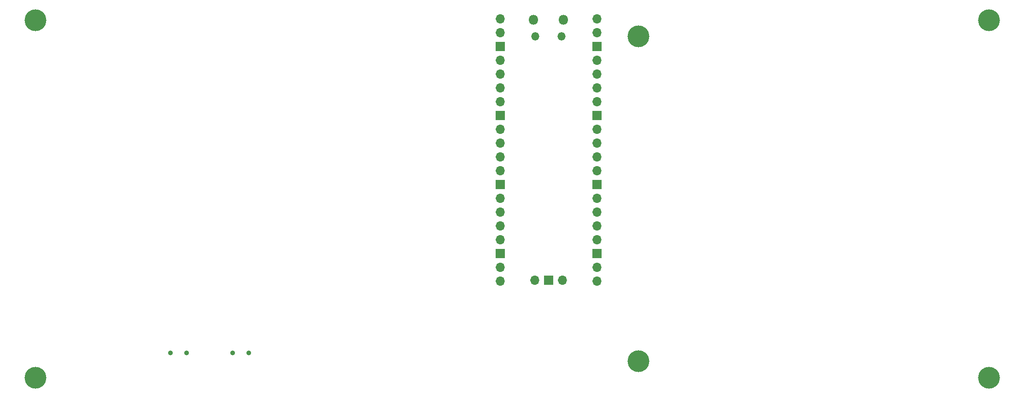
<source format=gbr>
%TF.GenerationSoftware,KiCad,Pcbnew,7.0.2-0*%
%TF.CreationDate,2023-10-11T20:45:17-05:00*%
%TF.ProjectId,CowPi-mk4b,436f7750-692d-46d6-9b34-622e6b696361,mk4b*%
%TF.SameCoordinates,Original*%
%TF.FileFunction,Soldermask,Bot*%
%TF.FilePolarity,Negative*%
%FSLAX46Y46*%
G04 Gerber Fmt 4.6, Leading zero omitted, Abs format (unit mm)*
G04 Created by KiCad (PCBNEW 7.0.2-0) date 2023-10-11 20:45:17*
%MOMM*%
%LPD*%
G01*
G04 APERTURE LIST*
%ADD10O,1.800000X1.800000*%
%ADD11O,1.500000X1.500000*%
%ADD12O,1.700000X1.700000*%
%ADD13R,1.700000X1.700000*%
%ADD14C,4.000000*%
%ADD15C,0.900025*%
G04 APERTURE END LIST*
D10*
%TO.C,U45*%
X142055000Y-62360000D03*
D11*
X142355000Y-65390000D03*
X147205000Y-65390000D03*
D10*
X147505000Y-62360000D03*
D12*
X135890000Y-62230000D03*
X135890000Y-64770000D03*
D13*
X135890000Y-67310000D03*
D12*
X135890000Y-69850000D03*
X135890000Y-72390000D03*
X135890000Y-74930000D03*
X135890000Y-77470000D03*
D13*
X135890000Y-80010000D03*
D12*
X135890000Y-82550000D03*
X135890000Y-85090000D03*
X135890000Y-87630000D03*
X135890000Y-90170000D03*
D13*
X135890000Y-92710000D03*
D12*
X135890000Y-95250000D03*
X135890000Y-97790000D03*
X135890000Y-100330000D03*
X135890000Y-102870000D03*
D13*
X135890000Y-105410000D03*
D12*
X135890000Y-107950000D03*
X135890000Y-110490000D03*
X153670000Y-110490000D03*
X153670000Y-107950000D03*
D13*
X153670000Y-105410000D03*
D12*
X153670000Y-102870000D03*
X153670000Y-100330000D03*
X153670000Y-97790000D03*
X153670000Y-95250000D03*
D13*
X153670000Y-92710000D03*
D12*
X153670000Y-90170000D03*
X153670000Y-87630000D03*
X153670000Y-85090000D03*
X153670000Y-82550000D03*
D13*
X153670000Y-80010000D03*
D12*
X153670000Y-77470000D03*
X153670000Y-74930000D03*
X153670000Y-72390000D03*
X153670000Y-69850000D03*
D13*
X153670000Y-67310000D03*
D12*
X153670000Y-64770000D03*
X153670000Y-62230000D03*
X142240000Y-110260000D03*
D13*
X144780000Y-110260000D03*
D12*
X147320000Y-110260000D03*
%TD*%
D14*
%TO.C,H4*%
X225720656Y-62442701D03*
%TD*%
%TO.C,H1*%
X50460656Y-128212701D03*
%TD*%
D15*
%TO.C,U35*%
X75280318Y-123652650D03*
X78280318Y-123652650D03*
%TD*%
D14*
%TO.C,H3*%
X50460656Y-62442701D03*
%TD*%
%TO.C,H6*%
X161290000Y-125212701D03*
%TD*%
%TO.C,H5*%
X161290000Y-65442701D03*
%TD*%
%TO.C,H2*%
X225720656Y-128212701D03*
%TD*%
D15*
%TO.C,U36*%
X86710318Y-123652650D03*
X89710318Y-123652650D03*
%TD*%
M02*

</source>
